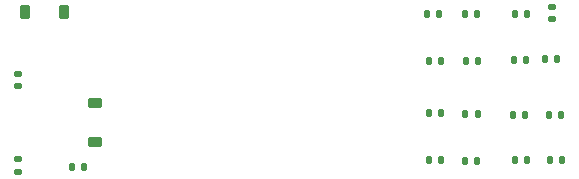
<source format=gbr>
%TF.GenerationSoftware,KiCad,Pcbnew,8.0.1*%
%TF.CreationDate,2024-03-24T23:16:52+02:00*%
%TF.ProjectId,KiCad,4b694361-642e-46b6-9963-61645f706362,rev?*%
%TF.SameCoordinates,Original*%
%TF.FileFunction,Paste,Top*%
%TF.FilePolarity,Positive*%
%FSLAX46Y46*%
G04 Gerber Fmt 4.6, Leading zero omitted, Abs format (unit mm)*
G04 Created by KiCad (PCBNEW 8.0.1) date 2024-03-24 23:16:52*
%MOMM*%
%LPD*%
G01*
G04 APERTURE LIST*
G04 Aperture macros list*
%AMRoundRect*
0 Rectangle with rounded corners*
0 $1 Rounding radius*
0 $2 $3 $4 $5 $6 $7 $8 $9 X,Y pos of 4 corners*
0 Add a 4 corners polygon primitive as box body*
4,1,4,$2,$3,$4,$5,$6,$7,$8,$9,$2,$3,0*
0 Add four circle primitives for the rounded corners*
1,1,$1+$1,$2,$3*
1,1,$1+$1,$4,$5*
1,1,$1+$1,$6,$7*
1,1,$1+$1,$8,$9*
0 Add four rect primitives between the rounded corners*
20,1,$1+$1,$2,$3,$4,$5,0*
20,1,$1+$1,$4,$5,$6,$7,0*
20,1,$1+$1,$6,$7,$8,$9,0*
20,1,$1+$1,$8,$9,$2,$3,0*%
G04 Aperture macros list end*
%ADD10RoundRect,0.135000X-0.135000X-0.185000X0.135000X-0.185000X0.135000X0.185000X-0.135000X0.185000X0*%
%ADD11RoundRect,0.135000X0.135000X0.185000X-0.135000X0.185000X-0.135000X-0.185000X0.135000X-0.185000X0*%
%ADD12RoundRect,0.135000X-0.185000X0.135000X-0.185000X-0.135000X0.185000X-0.135000X0.185000X0.135000X0*%
%ADD13RoundRect,0.225000X-0.375000X0.225000X-0.375000X-0.225000X0.375000X-0.225000X0.375000X0.225000X0*%
%ADD14RoundRect,0.225000X-0.225000X-0.375000X0.225000X-0.375000X0.225000X0.375000X-0.225000X0.375000X0*%
G04 APERTURE END LIST*
D10*
%TO.C,R6*%
X162810000Y-98704400D03*
X163830000Y-98704400D03*
%TD*%
%TO.C,R13*%
X156053600Y-94894400D03*
X157073600Y-94894400D03*
%TD*%
D11*
%TO.C,R16*%
X161063400Y-103454200D03*
X160043400Y-103454200D03*
%TD*%
%TO.C,R2*%
X161290000Y-94919800D03*
X160270000Y-94919800D03*
%TD*%
D12*
%TO.C,R5*%
X163392200Y-95379000D03*
X163392200Y-94359000D03*
%TD*%
D10*
%TO.C,R15*%
X156028200Y-107365800D03*
X157048200Y-107365800D03*
%TD*%
%TO.C,R19*%
X163193000Y-107238800D03*
X164213000Y-107238800D03*
%TD*%
%TO.C,R10*%
X156057600Y-103378000D03*
X157077600Y-103378000D03*
%TD*%
%TO.C,R18*%
X163163600Y-103454200D03*
X164183600Y-103454200D03*
%TD*%
D13*
%TO.C,D2*%
X124713000Y-102464600D03*
X124713000Y-105764600D03*
%TD*%
D14*
%TO.C,D1*%
X118797800Y-94716600D03*
X122097800Y-94716600D03*
%TD*%
D11*
%TO.C,R3*%
X123723400Y-107899200D03*
X122703400Y-107899200D03*
%TD*%
%TO.C,R11*%
X153797000Y-94945200D03*
X152777000Y-94945200D03*
%TD*%
%TO.C,R9*%
X153974800Y-107238800D03*
X152954800Y-107238800D03*
%TD*%
D10*
%TO.C,R12*%
X152980200Y-98882200D03*
X154000200Y-98882200D03*
%TD*%
D11*
%TO.C,R17*%
X161239200Y-107315000D03*
X160219200Y-107315000D03*
%TD*%
%TO.C,R8*%
X154004200Y-103327200D03*
X152984200Y-103327200D03*
%TD*%
D12*
%TO.C,R7*%
X118135400Y-107234800D03*
X118135400Y-108254800D03*
%TD*%
D11*
%TO.C,R14*%
X157124400Y-98882200D03*
X156104400Y-98882200D03*
%TD*%
%TO.C,R4*%
X161213800Y-98831400D03*
X160193800Y-98831400D03*
%TD*%
D12*
%TO.C,R1*%
X118211600Y-100023200D03*
X118211600Y-101043200D03*
%TD*%
M02*

</source>
